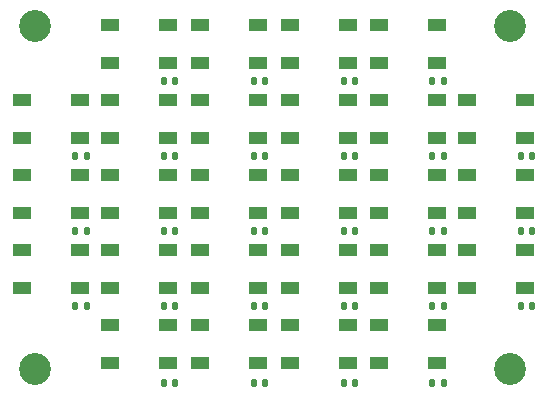
<source format=gts>
G04 #@! TF.GenerationSoftware,KiCad,Pcbnew,(6.0.0)*
G04 #@! TF.CreationDate,2022-04-16T23:03:06-07:00*
G04 #@! TF.ProjectId,YellCubeLights,59656c6c-4375-4626-954c-69676874732e,rev?*
G04 #@! TF.SameCoordinates,Original*
G04 #@! TF.FileFunction,Soldermask,Top*
G04 #@! TF.FilePolarity,Negative*
%FSLAX46Y46*%
G04 Gerber Fmt 4.6, Leading zero omitted, Abs format (unit mm)*
G04 Created by KiCad (PCBNEW (6.0.0)) date 2022-04-16 23:03:06*
%MOMM*%
%LPD*%
G01*
G04 APERTURE LIST*
G04 Aperture macros list*
%AMRoundRect*
0 Rectangle with rounded corners*
0 $1 Rounding radius*
0 $2 $3 $4 $5 $6 $7 $8 $9 X,Y pos of 4 corners*
0 Add a 4 corners polygon primitive as box body*
4,1,4,$2,$3,$4,$5,$6,$7,$8,$9,$2,$3,0*
0 Add four circle primitives for the rounded corners*
1,1,$1+$1,$2,$3*
1,1,$1+$1,$4,$5*
1,1,$1+$1,$6,$7*
1,1,$1+$1,$8,$9*
0 Add four rect primitives between the rounded corners*
20,1,$1+$1,$2,$3,$4,$5,0*
20,1,$1+$1,$4,$5,$6,$7,0*
20,1,$1+$1,$6,$7,$8,$9,0*
20,1,$1+$1,$8,$9,$2,$3,0*%
G04 Aperture macros list end*
%ADD10R,1.500000X1.000000*%
%ADD11RoundRect,0.140000X-0.140000X-0.170000X0.140000X-0.170000X0.140000X0.170000X-0.140000X0.170000X0*%
%ADD12C,2.700000*%
G04 APERTURE END LIST*
D10*
X159602000Y-94412000D03*
X159602000Y-97612000D03*
X164502000Y-97612000D03*
X164502000Y-94412000D03*
X136869000Y-107112000D03*
X136869000Y-110312000D03*
X141769000Y-110312000D03*
X141769000Y-107112000D03*
X144489000Y-107112000D03*
X144489000Y-110312000D03*
X149389000Y-110312000D03*
X149389000Y-107112000D03*
D11*
X171605000Y-105537000D03*
X172565000Y-105537000D03*
D10*
X144489000Y-94412000D03*
X144489000Y-97612000D03*
X149389000Y-97612000D03*
X149389000Y-94412000D03*
D11*
X171605000Y-99187000D03*
X172565000Y-99187000D03*
D10*
X159602000Y-107112000D03*
X159602000Y-110312000D03*
X164502000Y-110312000D03*
X164502000Y-107112000D03*
X159602000Y-81712000D03*
X159602000Y-84912000D03*
X164502000Y-84912000D03*
X164502000Y-81712000D03*
D11*
X148999000Y-92837000D03*
X149959000Y-92837000D03*
X171605000Y-92837000D03*
X172565000Y-92837000D03*
D10*
X136869000Y-81712000D03*
X136869000Y-84912000D03*
X141769000Y-84912000D03*
X141769000Y-81712000D03*
D11*
X148999000Y-112014000D03*
X149959000Y-112014000D03*
X164112000Y-105537000D03*
X165072000Y-105537000D03*
X156619000Y-92837000D03*
X157579000Y-92837000D03*
X148999000Y-86487000D03*
X149959000Y-86487000D03*
D10*
X167095000Y-94412000D03*
X167095000Y-97612000D03*
X171995000Y-97612000D03*
X171995000Y-94412000D03*
X136869000Y-88062000D03*
X136869000Y-91262000D03*
X141769000Y-91262000D03*
X141769000Y-88062000D03*
D11*
X164112000Y-99187000D03*
X165072000Y-99187000D03*
D10*
X136869000Y-94412000D03*
X136869000Y-97612000D03*
X141769000Y-97612000D03*
X141769000Y-94412000D03*
X129376000Y-100762000D03*
X129376000Y-103962000D03*
X134276000Y-103962000D03*
X134276000Y-100762000D03*
X144489000Y-100762000D03*
X144489000Y-103962000D03*
X149389000Y-103962000D03*
X149389000Y-100762000D03*
X144489000Y-88062000D03*
X144489000Y-91262000D03*
X149389000Y-91262000D03*
X149389000Y-88062000D03*
D11*
X156619000Y-99187000D03*
X157579000Y-99187000D03*
D12*
X130521989Y-110867012D03*
D11*
X156619000Y-112014000D03*
X157579000Y-112014000D03*
D10*
X152092500Y-88062000D03*
X152092500Y-91262000D03*
X156992500Y-91262000D03*
X156992500Y-88062000D03*
X152109000Y-94412000D03*
X152109000Y-97612000D03*
X157009000Y-97612000D03*
X157009000Y-94412000D03*
D11*
X133886000Y-105537000D03*
X134846000Y-105537000D03*
D10*
X136869000Y-100762000D03*
X136869000Y-103962000D03*
X141769000Y-103962000D03*
X141769000Y-100762000D03*
D11*
X141379000Y-86487000D03*
X142339000Y-86487000D03*
D10*
X152109000Y-81712000D03*
X152109000Y-84912000D03*
X157009000Y-84912000D03*
X157009000Y-81712000D03*
D12*
X130521989Y-81766994D03*
X170722011Y-81766994D03*
D11*
X133886000Y-92837000D03*
X134846000Y-92837000D03*
X164112000Y-112014000D03*
X165072000Y-112014000D03*
D10*
X159585500Y-88062000D03*
X159585500Y-91262000D03*
X164485500Y-91262000D03*
X164485500Y-88062000D03*
D11*
X156619000Y-105537000D03*
X157579000Y-105537000D03*
D10*
X152109000Y-107112000D03*
X152109000Y-110312000D03*
X157009000Y-110312000D03*
X157009000Y-107112000D03*
D11*
X148999000Y-99187000D03*
X149959000Y-99187000D03*
D10*
X152109000Y-100762000D03*
X152109000Y-103962000D03*
X157009000Y-103962000D03*
X157009000Y-100762000D03*
D11*
X164112000Y-92837000D03*
X165072000Y-92837000D03*
X164112000Y-86487000D03*
X165072000Y-86487000D03*
X133886000Y-99187000D03*
X134846000Y-99187000D03*
D10*
X144472500Y-81712000D03*
X144472500Y-84912000D03*
X149372500Y-84912000D03*
X149372500Y-81712000D03*
X129376000Y-94412000D03*
X129376000Y-97612000D03*
X134276000Y-97612000D03*
X134276000Y-94412000D03*
D11*
X141379000Y-105537000D03*
X142339000Y-105537000D03*
D10*
X129376000Y-88062000D03*
X129376000Y-91262000D03*
X134276000Y-91262000D03*
X134276000Y-88062000D03*
D12*
X170722011Y-110867012D03*
D11*
X141379000Y-92837000D03*
X142339000Y-92837000D03*
X148999000Y-105537000D03*
X149959000Y-105537000D03*
D10*
X167095000Y-88062000D03*
X167095000Y-91262000D03*
X171995000Y-91262000D03*
X171995000Y-88062000D03*
D11*
X156619000Y-86487000D03*
X157579000Y-86487000D03*
X141379000Y-112014000D03*
X142339000Y-112014000D03*
D10*
X159585500Y-100762000D03*
X159585500Y-103962000D03*
X164485500Y-103962000D03*
X164485500Y-100762000D03*
D11*
X141379000Y-99187000D03*
X142339000Y-99187000D03*
D10*
X167095000Y-100762000D03*
X167095000Y-103962000D03*
X171995000Y-103962000D03*
X171995000Y-100762000D03*
M02*

</source>
